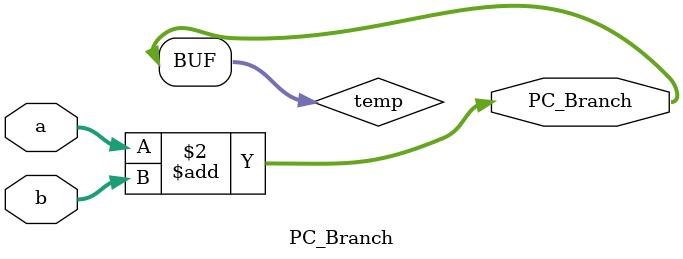
<source format=v>
`timescale 1ns / 1ps
module PC_Branch( input [31:0] a,
						input [31:0] b,
						output [31:0] PC_Branch
						);
reg [31:0] temp;

	always @(*) begin
	temp <= a + b; 
	end 
	
	assign PC_Branch = temp;

endmodule

</source>
